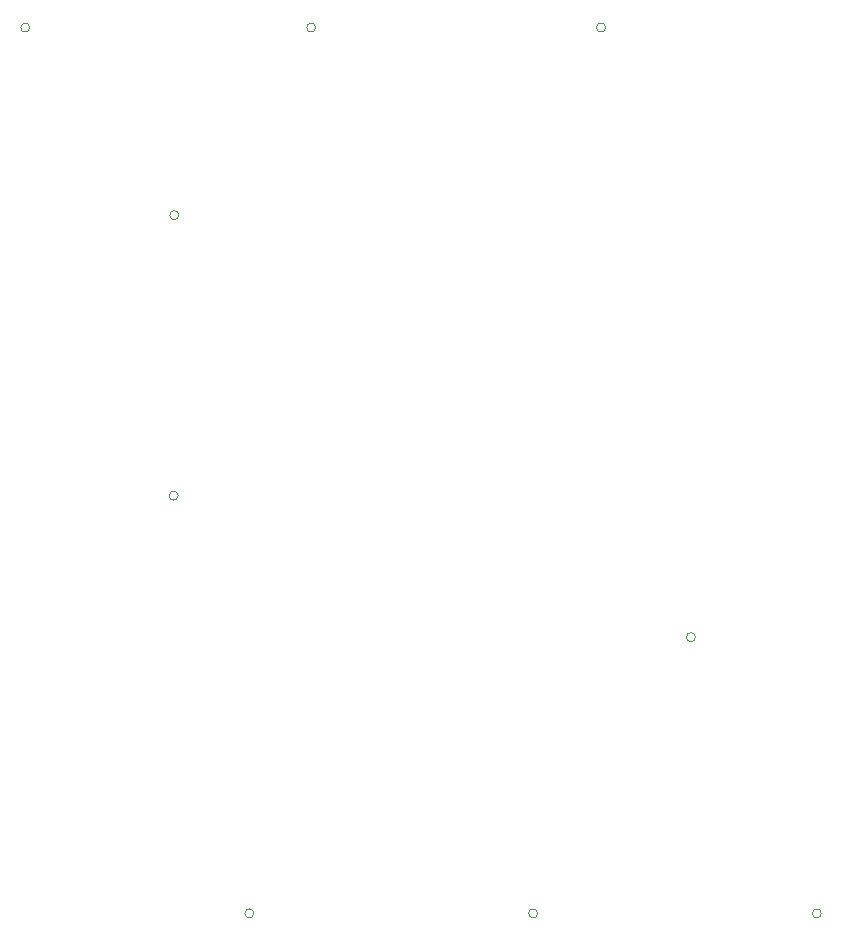
<source format=gbr>
%TF.GenerationSoftware,KiCad,Pcbnew,(6.0.11-0)*%
%TF.CreationDate,2023-06-02T12:02:10+10:00*%
%TF.ProjectId,breakout,62726561-6b6f-4757-942e-6b696361645f,rev?*%
%TF.SameCoordinates,Original*%
%TF.FileFunction,Legend,Bot*%
%TF.FilePolarity,Positive*%
%FSLAX46Y46*%
G04 Gerber Fmt 4.6, Leading zero omitted, Abs format (unit mm)*
G04 Created by KiCad (PCBNEW (6.0.11-0)) date 2023-06-02 12:02:10*
%MOMM*%
%LPD*%
G01*
G04 APERTURE LIST*
%ADD10C,0.120000*%
G04 APERTURE END LIST*
D10*
%TO.C,J5*%
X58019576Y-63250000D02*
G75*
G03*
X58019576Y-63250000I-381000J0D01*
G01*
%TO.C,J8*%
X114381000Y-114865224D02*
G75*
G03*
X114381000Y-114865224I-381000J0D01*
G01*
%TO.C,J1*%
X125040500Y-138250000D02*
G75*
G03*
X125040500Y-138250000I-381000J0D01*
G01*
%TO.C,J2*%
X101016462Y-138250000D02*
G75*
G03*
X101016462Y-138250000I-381000J0D01*
G01*
%TO.C,J3*%
X76992424Y-138250000D02*
G75*
G03*
X76992424Y-138250000I-381000J0D01*
G01*
%TO.C,J4*%
X70631000Y-79138576D02*
G75*
G03*
X70631000Y-79138576I-381000J0D01*
G01*
%TO.C,J9*%
X70580999Y-102888576D02*
G75*
G03*
X70580999Y-102888576I-381000J0D01*
G01*
%TO.C,J6*%
X82221500Y-63250000D02*
G75*
G03*
X82221500Y-63250000I-381000J0D01*
G01*
%TO.C,J7*%
X106769576Y-63250000D02*
G75*
G03*
X106769576Y-63250000I-381000J0D01*
G01*
%TD*%
M02*

</source>
